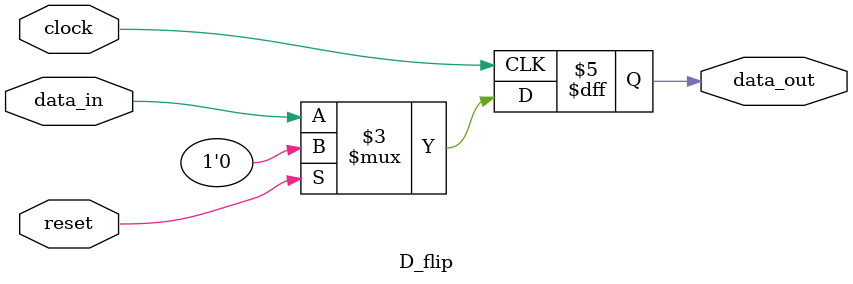
<source format=v>
module D_flip( 
data_in,data_out,clock,reset); input 
data_in; 
input clock,reset; 
output reg data_out; 
always@(posedge clock) 
begin 
if(reset) 
data_out<=1'd0; else 
data_out<=data_in; 
end endmodule
</source>
